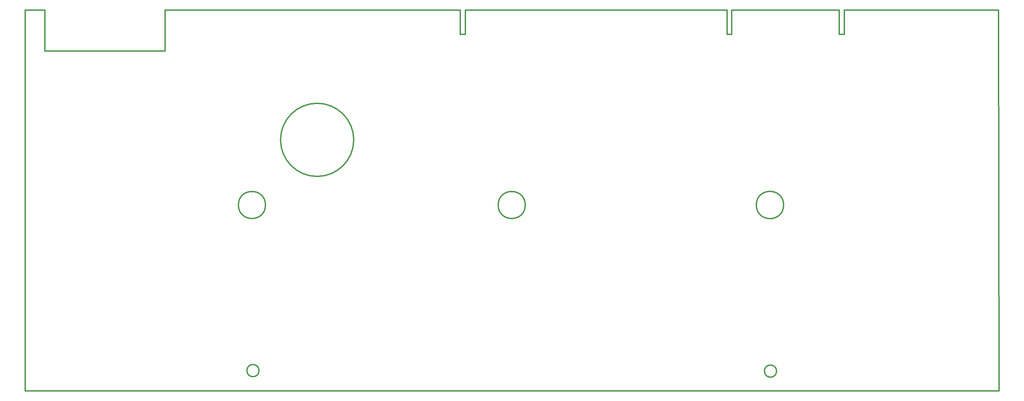
<source format=gbr>
%FSLAX34Y34*%
%MOMM*%
%LNOUTLINE*%
G71*
G01*
%ADD10C,0.400*%
%LPD*%
G54D10*
G75*
G01X1034162Y790588D02*
G03X1034162Y790588I-115000J0D01*
G01*
G54D10*
G75*
G01X756862Y585788D02*
G03X756862Y585788I-42500J0D01*
G01*
G54D10*
G75*
G01X1572862Y585788D02*
G03X1572862Y585788I-42500J0D01*
G01*
G54D10*
G75*
G01X2384412Y585788D02*
G03X2384412Y585788I-42862J0D01*
G01*
G54D10*
X1587Y1588D02*
X3060700Y1588D01*
X3059112Y1198563D01*
X2574924Y1198563D01*
X2574924Y1122363D01*
X2559050Y1122363D01*
X2559050Y1198563D01*
X2220912Y1198563D01*
X2220912Y1122363D01*
X2206624Y1122363D01*
X2206624Y1198563D01*
X1384300Y1198563D01*
X1384300Y1122363D01*
X1368424Y1122363D01*
X1368424Y1198563D01*
X441324Y1198563D01*
X441324Y1069976D01*
X63500Y1069976D01*
X63500Y1198563D01*
X1587Y1198563D01*
X1587Y1588D01*
G54D10*
G75*
G01X736624Y65100D02*
G03X736624Y65100I-19062J0D01*
G01*
G54D10*
G75*
G01X2362200Y63488D02*
G03X2362200Y63488I-19038J0D01*
G01*
M02*

</source>
